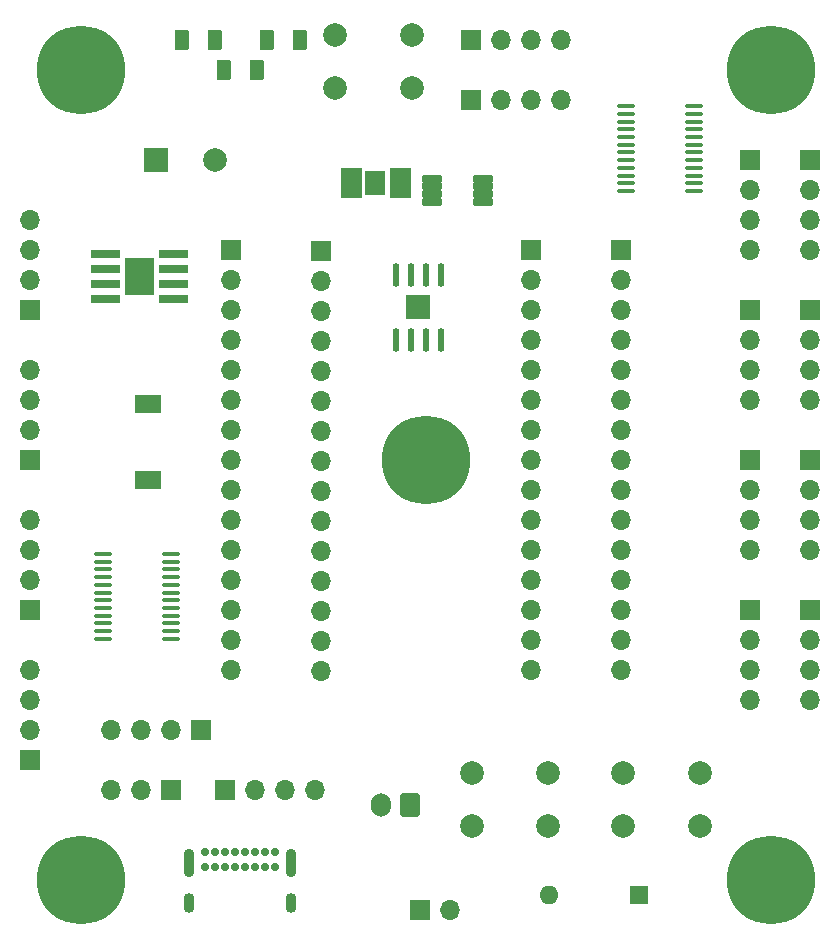
<source format=gts>
G04 #@! TF.GenerationSoftware,KiCad,Pcbnew,8.0.7*
G04 #@! TF.CreationDate,2025-01-26T00:40:12-05:00*
G04 #@! TF.ProjectId,shadow,73686164-6f77-42e6-9b69-6361645f7063,rev?*
G04 #@! TF.SameCoordinates,Original*
G04 #@! TF.FileFunction,Soldermask,Top*
G04 #@! TF.FilePolarity,Negative*
%FSLAX46Y46*%
G04 Gerber Fmt 4.6, Leading zero omitted, Abs format (unit mm)*
G04 Created by KiCad (PCBNEW 8.0.7) date 2025-01-26 00:40:12*
%MOMM*%
%LPD*%
G01*
G04 APERTURE LIST*
G04 Aperture macros list*
%AMRoundRect*
0 Rectangle with rounded corners*
0 $1 Rounding radius*
0 $2 $3 $4 $5 $6 $7 $8 $9 X,Y pos of 4 corners*
0 Add a 4 corners polygon primitive as box body*
4,1,4,$2,$3,$4,$5,$6,$7,$8,$9,$2,$3,0*
0 Add four circle primitives for the rounded corners*
1,1,$1+$1,$2,$3*
1,1,$1+$1,$4,$5*
1,1,$1+$1,$6,$7*
1,1,$1+$1,$8,$9*
0 Add four rect primitives between the rounded corners*
20,1,$1+$1,$2,$3,$4,$5,0*
20,1,$1+$1,$4,$5,$6,$7,0*
20,1,$1+$1,$6,$7,$8,$9,0*
20,1,$1+$1,$8,$9,$2,$3,0*%
G04 Aperture macros list end*
%ADD10C,0.010000*%
%ADD11RoundRect,0.250000X-0.375000X-0.625000X0.375000X-0.625000X0.375000X0.625000X-0.375000X0.625000X0*%
%ADD12R,1.700000X1.700000*%
%ADD13O,1.700000X1.700000*%
%ADD14RoundRect,0.250000X0.600000X0.750000X-0.600000X0.750000X-0.600000X-0.750000X0.600000X-0.750000X0*%
%ADD15O,1.700000X2.000000*%
%ADD16R,2.200000X1.500000*%
%ADD17O,0.574000X2.038000*%
%ADD18R,2.000000X2.000000*%
%ADD19C,2.000000*%
%ADD20RoundRect,0.100000X-0.637500X-0.100000X0.637500X-0.100000X0.637500X0.100000X-0.637500X0.100000X0*%
%ADD21C,7.500000*%
%ADD22RoundRect,0.102000X-0.785000X-0.940000X0.785000X-0.940000X0.785000X0.940000X-0.785000X0.940000X0*%
%ADD23R,1.600000X1.600000*%
%ADD24O,1.600000X1.600000*%
%ADD25C,0.700000*%
%ADD26O,0.900000X2.400000*%
%ADD27O,0.900000X1.700000*%
%ADD28RoundRect,0.085500X-0.751500X-0.256500X0.751500X-0.256500X0.751500X0.256500X-0.751500X0.256500X0*%
G04 APERTURE END LIST*
D10*
X124030000Y-62065000D02*
X122330000Y-62065000D01*
X122330000Y-61665000D01*
X124030000Y-61665000D01*
X124030000Y-62065000D01*
G36*
X124030000Y-62065000D02*
G01*
X122330000Y-62065000D01*
X122330000Y-61665000D01*
X124030000Y-61665000D01*
X124030000Y-62065000D01*
G37*
X124030000Y-62565000D02*
X122330000Y-62565000D01*
X122330000Y-62165000D01*
X124030000Y-62165000D01*
X124030000Y-62565000D01*
G36*
X124030000Y-62565000D02*
G01*
X122330000Y-62565000D01*
X122330000Y-62165000D01*
X124030000Y-62165000D01*
X124030000Y-62565000D01*
G37*
X124030000Y-63065000D02*
X122330000Y-63065000D01*
X122330000Y-62665000D01*
X124030000Y-62665000D01*
X124030000Y-63065000D01*
G36*
X124030000Y-63065000D02*
G01*
X122330000Y-63065000D01*
X122330000Y-62665000D01*
X124030000Y-62665000D01*
X124030000Y-63065000D01*
G37*
X124030000Y-63565000D02*
X122330000Y-63565000D01*
X122330000Y-63165000D01*
X124030000Y-63165000D01*
X124030000Y-63565000D01*
G36*
X124030000Y-63565000D02*
G01*
X122330000Y-63565000D01*
X122330000Y-63165000D01*
X124030000Y-63165000D01*
X124030000Y-63565000D01*
G37*
X124030000Y-64065000D02*
X122330000Y-64065000D01*
X122330000Y-63665000D01*
X124030000Y-63665000D01*
X124030000Y-64065000D01*
G36*
X124030000Y-64065000D02*
G01*
X122330000Y-64065000D01*
X122330000Y-63665000D01*
X124030000Y-63665000D01*
X124030000Y-64065000D01*
G37*
X128230000Y-62065000D02*
X126530000Y-62065000D01*
X126530000Y-61665000D01*
X128230000Y-61665000D01*
X128230000Y-62065000D01*
G36*
X128230000Y-62065000D02*
G01*
X126530000Y-62065000D01*
X126530000Y-61665000D01*
X128230000Y-61665000D01*
X128230000Y-62065000D01*
G37*
X128230000Y-62565000D02*
X126530000Y-62565000D01*
X126530000Y-62165000D01*
X128230000Y-62165000D01*
X128230000Y-62565000D01*
G36*
X128230000Y-62565000D02*
G01*
X126530000Y-62565000D01*
X126530000Y-62165000D01*
X128230000Y-62165000D01*
X128230000Y-62565000D01*
G37*
X128230000Y-63065000D02*
X126530000Y-63065000D01*
X126530000Y-62665000D01*
X128230000Y-62665000D01*
X128230000Y-63065000D01*
G36*
X128230000Y-63065000D02*
G01*
X126530000Y-63065000D01*
X126530000Y-62665000D01*
X128230000Y-62665000D01*
X128230000Y-63065000D01*
G37*
X128230000Y-63565000D02*
X126530000Y-63565000D01*
X126530000Y-63165000D01*
X128230000Y-63165000D01*
X128230000Y-63565000D01*
G36*
X128230000Y-63565000D02*
G01*
X126530000Y-63565000D01*
X126530000Y-63165000D01*
X128230000Y-63165000D01*
X128230000Y-63565000D01*
G37*
X128230000Y-64065000D02*
X126530000Y-64065000D01*
X126530000Y-63665000D01*
X128230000Y-63665000D01*
X128230000Y-64065000D01*
G36*
X128230000Y-64065000D02*
G01*
X126530000Y-64065000D01*
X126530000Y-63665000D01*
X128230000Y-63665000D01*
X128230000Y-64065000D01*
G37*
X103573200Y-69179400D02*
X101233200Y-69179400D01*
X101233200Y-68539400D01*
X103573200Y-68539400D01*
X103573200Y-69179400D01*
G36*
X103573200Y-69179400D02*
G01*
X101233200Y-69179400D01*
X101233200Y-68539400D01*
X103573200Y-68539400D01*
X103573200Y-69179400D01*
G37*
X103573200Y-70449400D02*
X101233200Y-70449400D01*
X101233200Y-69809400D01*
X103573200Y-69809400D01*
X103573200Y-70449400D01*
G36*
X103573200Y-70449400D02*
G01*
X101233200Y-70449400D01*
X101233200Y-69809400D01*
X103573200Y-69809400D01*
X103573200Y-70449400D01*
G37*
X103573200Y-71719400D02*
X101233200Y-71719400D01*
X101233200Y-71079400D01*
X103573200Y-71079400D01*
X103573200Y-71719400D01*
G36*
X103573200Y-71719400D02*
G01*
X101233200Y-71719400D01*
X101233200Y-71079400D01*
X103573200Y-71079400D01*
X103573200Y-71719400D01*
G37*
X103573200Y-72989400D02*
X101233200Y-72989400D01*
X101233200Y-72349400D01*
X103573200Y-72349400D01*
X103573200Y-72989400D01*
G36*
X103573200Y-72989400D02*
G01*
X101233200Y-72989400D01*
X101233200Y-72349400D01*
X103573200Y-72349400D01*
X103573200Y-72989400D01*
G37*
X106478200Y-72314400D02*
X104078200Y-72314400D01*
X104078200Y-69214400D01*
X106478200Y-69214400D01*
X106478200Y-72314400D01*
G36*
X106478200Y-72314400D02*
G01*
X104078200Y-72314400D01*
X104078200Y-69214400D01*
X106478200Y-69214400D01*
X106478200Y-72314400D01*
G37*
X109323200Y-69179400D02*
X106983200Y-69179400D01*
X106983200Y-68539400D01*
X109323200Y-68539400D01*
X109323200Y-69179400D01*
G36*
X109323200Y-69179400D02*
G01*
X106983200Y-69179400D01*
X106983200Y-68539400D01*
X109323200Y-68539400D01*
X109323200Y-69179400D01*
G37*
X109323200Y-70449400D02*
X106983200Y-70449400D01*
X106983200Y-69809400D01*
X109323200Y-69809400D01*
X109323200Y-70449400D01*
G36*
X109323200Y-70449400D02*
G01*
X106983200Y-70449400D01*
X106983200Y-69809400D01*
X109323200Y-69809400D01*
X109323200Y-70449400D01*
G37*
X109323200Y-71719400D02*
X106983200Y-71719400D01*
X106983200Y-71079400D01*
X109323200Y-71079400D01*
X109323200Y-71719400D01*
G36*
X109323200Y-71719400D02*
G01*
X106983200Y-71719400D01*
X106983200Y-71079400D01*
X109323200Y-71079400D01*
X109323200Y-71719400D01*
G37*
X109323200Y-72989400D02*
X106983200Y-72989400D01*
X106983200Y-72349400D01*
X109323200Y-72349400D01*
X109323200Y-72989400D01*
G36*
X109323200Y-72989400D02*
G01*
X106983200Y-72989400D01*
X106983200Y-72349400D01*
X109323200Y-72349400D01*
X109323200Y-72989400D01*
G37*
D11*
X108877000Y-50800000D03*
X111677000Y-50800000D03*
D12*
X162052000Y-99060000D03*
D13*
X162052000Y-101600000D03*
X162052000Y-104140000D03*
X162052000Y-106680000D03*
D12*
X96037000Y-86360000D03*
D13*
X96037000Y-83820000D03*
X96037000Y-81280000D03*
X96037000Y-78740000D03*
D14*
X128230000Y-115570000D03*
D15*
X125730000Y-115570000D03*
D12*
X96037000Y-99060000D03*
D13*
X96037000Y-96520000D03*
X96037000Y-93980000D03*
X96037000Y-91440000D03*
D12*
X96037000Y-73660000D03*
D13*
X96037000Y-71120000D03*
X96037000Y-68580000D03*
X96037000Y-66040000D03*
D12*
X156972000Y-60960000D03*
D13*
X156972000Y-63500000D03*
X156972000Y-66040000D03*
X156972000Y-68580000D03*
D12*
X110490000Y-109220000D03*
D13*
X107950000Y-109220000D03*
X105410000Y-109220000D03*
X102870000Y-109220000D03*
D16*
X106019600Y-88010600D03*
X106019600Y-81610600D03*
D12*
X107950000Y-114300000D03*
D13*
X105410000Y-114300000D03*
X102870000Y-114300000D03*
D12*
X156972000Y-86360000D03*
D13*
X156972000Y-88900000D03*
X156972000Y-91440000D03*
X156972000Y-93980000D03*
D17*
X127000000Y-76200000D03*
X128270000Y-76200000D03*
X129540000Y-76200000D03*
X130810000Y-76200000D03*
X130810000Y-70662000D03*
X129540000Y-70662000D03*
X128270000Y-70662000D03*
X127000000Y-70662000D03*
D18*
X128905000Y-73431000D03*
D19*
X146277000Y-112812000D03*
X152777000Y-112812000D03*
X146277000Y-117312000D03*
X152777000Y-117312000D03*
D20*
X146514500Y-56410000D03*
X146514500Y-57060000D03*
X146514500Y-57710000D03*
X146514500Y-58360000D03*
X146514500Y-59010000D03*
X146514500Y-59660000D03*
X146514500Y-60310000D03*
X146514500Y-60960000D03*
X146514500Y-61610000D03*
X146514500Y-62260000D03*
X146514500Y-62910000D03*
X146514500Y-63560000D03*
X152239500Y-63560000D03*
X152239500Y-62910000D03*
X152239500Y-62260000D03*
X152239500Y-61610000D03*
X152239500Y-60960000D03*
X152239500Y-60310000D03*
X152239500Y-59660000D03*
X152239500Y-59010000D03*
X152239500Y-58360000D03*
X152239500Y-57710000D03*
X152239500Y-57060000D03*
X152239500Y-56410000D03*
D12*
X138430000Y-68580000D03*
D13*
X138430000Y-71120000D03*
X138430000Y-73660000D03*
X138430000Y-76200000D03*
X138430000Y-78740000D03*
X138430000Y-81280000D03*
X138430000Y-83820000D03*
X138430000Y-86360000D03*
X138430000Y-88900000D03*
X138430000Y-91440000D03*
X138430000Y-93980000D03*
X138430000Y-96520000D03*
X138430000Y-99060000D03*
X138430000Y-101600000D03*
X138430000Y-104140000D03*
D19*
X121870000Y-50328000D03*
X128370000Y-50328000D03*
X121870000Y-54828000D03*
X128370000Y-54828000D03*
D21*
X100330000Y-121920000D03*
D12*
X112557000Y-114300000D03*
D13*
X115097000Y-114300000D03*
X117637000Y-114300000D03*
X120177000Y-114300000D03*
D21*
X158750000Y-121920000D03*
D20*
X102242700Y-94316600D03*
X102242700Y-94966600D03*
X102242700Y-95616600D03*
X102242700Y-96266600D03*
X102242700Y-96916600D03*
X102242700Y-97566600D03*
X102242700Y-98216600D03*
X102242700Y-98866600D03*
X102242700Y-99516600D03*
X102242700Y-100166600D03*
X102242700Y-100816600D03*
X102242700Y-101466600D03*
X107967700Y-101466600D03*
X107967700Y-100816600D03*
X107967700Y-100166600D03*
X107967700Y-99516600D03*
X107967700Y-98866600D03*
X107967700Y-98216600D03*
X107967700Y-97566600D03*
X107967700Y-96916600D03*
X107967700Y-96266600D03*
X107967700Y-95616600D03*
X107967700Y-94966600D03*
X107967700Y-94316600D03*
D12*
X162052000Y-73660000D03*
D13*
X162052000Y-76200000D03*
X162052000Y-78740000D03*
X162052000Y-81280000D03*
D12*
X162052000Y-86360000D03*
D13*
X162052000Y-88900000D03*
X162052000Y-91440000D03*
X162052000Y-93980000D03*
D22*
X125280000Y-62865000D03*
D12*
X129057000Y-124460000D03*
D13*
X131597000Y-124460000D03*
D19*
X133427000Y-112812000D03*
X139927000Y-112812000D03*
X133427000Y-117312000D03*
X139927000Y-117312000D03*
D21*
X100330000Y-53340000D03*
D12*
X133350000Y-55855000D03*
D13*
X135890000Y-55855000D03*
X138430000Y-55855000D03*
X140970000Y-55855000D03*
D23*
X147574000Y-123190000D03*
D24*
X139954000Y-123190000D03*
D25*
X110817000Y-119495200D03*
X111667000Y-119495200D03*
X112517000Y-119495200D03*
X113367000Y-119495200D03*
X114217000Y-119495200D03*
X115067000Y-119495200D03*
X115917000Y-119495200D03*
X116767000Y-119495200D03*
X116767000Y-120845200D03*
X115917000Y-120845200D03*
X115067000Y-120845200D03*
X114217000Y-120845200D03*
X113367000Y-120845200D03*
X112517000Y-120845200D03*
X111667000Y-120845200D03*
X110817000Y-120845200D03*
D26*
X109467000Y-120475200D03*
D27*
X109467000Y-123855200D03*
D26*
X118117000Y-120475200D03*
D27*
X118117000Y-123855200D03*
D12*
X113030000Y-68580000D03*
D13*
X113030000Y-71120000D03*
X113030000Y-73660000D03*
X113030000Y-76200000D03*
X113030000Y-78740000D03*
X113030000Y-81280000D03*
X113030000Y-83820000D03*
X113030000Y-86360000D03*
X113030000Y-88900000D03*
X113030000Y-91440000D03*
X113030000Y-93980000D03*
X113030000Y-96520000D03*
X113030000Y-99060000D03*
X113030000Y-101600000D03*
X113030000Y-104140000D03*
D12*
X162052000Y-60960000D03*
D13*
X162052000Y-63500000D03*
X162052000Y-66040000D03*
X162052000Y-68580000D03*
D21*
X129540000Y-86360000D03*
D11*
X112417000Y-53340000D03*
X115217000Y-53340000D03*
D12*
X156997000Y-73660000D03*
D13*
X156997000Y-76200000D03*
X156997000Y-78740000D03*
X156997000Y-81280000D03*
D12*
X120650000Y-68610000D03*
D13*
X120650000Y-71150000D03*
X120650000Y-73690000D03*
X120650000Y-76230000D03*
X120650000Y-78770000D03*
X120650000Y-81310000D03*
X120650000Y-83850000D03*
X120650000Y-86390000D03*
X120650000Y-88930000D03*
X120650000Y-91470000D03*
X120650000Y-94010000D03*
X120650000Y-96550000D03*
X120650000Y-99090000D03*
X120650000Y-101630000D03*
X120650000Y-104170000D03*
D21*
X158750000Y-53340000D03*
D12*
X96037000Y-111760000D03*
D13*
X96037000Y-109220000D03*
X96037000Y-106680000D03*
X96037000Y-104140000D03*
D28*
X130082000Y-62525000D03*
X130082000Y-63175000D03*
X130082000Y-63825000D03*
X130082000Y-64475000D03*
X134382000Y-64475000D03*
X134382000Y-63825000D03*
X134382000Y-63175000D03*
X134382000Y-62525000D03*
D12*
X146050000Y-68580000D03*
D13*
X146050000Y-71120000D03*
X146050000Y-73660000D03*
X146050000Y-76200000D03*
X146050000Y-78740000D03*
X146050000Y-81280000D03*
X146050000Y-83820000D03*
X146050000Y-86360000D03*
X146050000Y-88900000D03*
X146050000Y-91440000D03*
X146050000Y-93980000D03*
X146050000Y-96520000D03*
X146050000Y-99060000D03*
X146050000Y-101600000D03*
X146050000Y-104140000D03*
D11*
X116097000Y-50800000D03*
X118897000Y-50800000D03*
D12*
X156972000Y-99060000D03*
D13*
X156972000Y-101600000D03*
X156972000Y-104140000D03*
X156972000Y-106680000D03*
D12*
X133350000Y-50800000D03*
D13*
X135890000Y-50800000D03*
X138430000Y-50800000D03*
X140970000Y-50800000D03*
D18*
X106683800Y-60985400D03*
D19*
X111683800Y-60985400D03*
M02*

</source>
